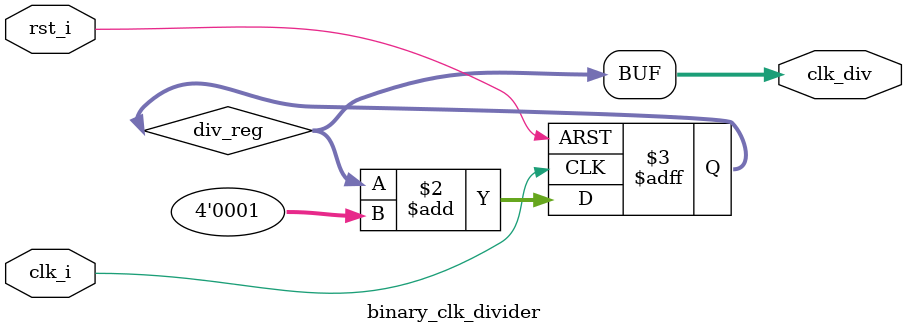
<source format=sv>
module binary_clk_divider(
    input clk_i,
    input rst_i,
    output [3:0] clk_div  // 2^1, 2^2, 2^3, 2^4 division
);
    reg [3:0] div_reg;
    
    always @(posedge clk_i or posedge rst_i) begin
        if (rst_i)
            div_reg <= 4'b0000;
        else
            div_reg <= div_reg + 4'b0001;
    end
    
    assign clk_div = div_reg;
endmodule
</source>
